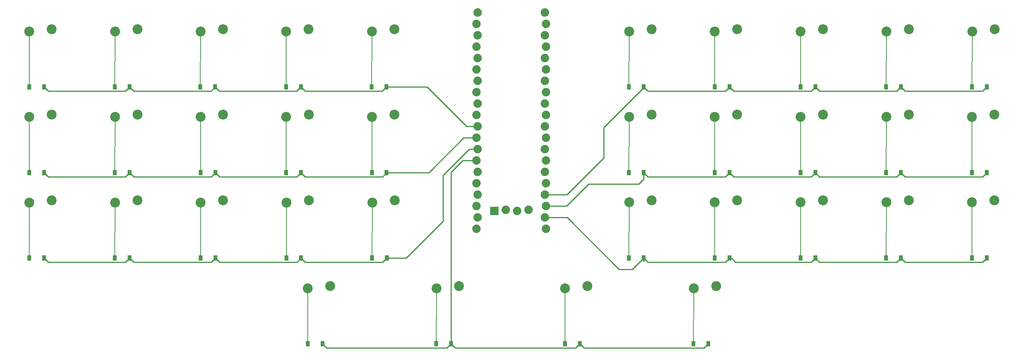
<source format=gtl>
G04 #@! TF.GenerationSoftware,KiCad,Pcbnew,6.0.7*
G04 #@! TF.CreationDate,2022-09-06T10:42:03+02:00*
G04 #@! TF.ProjectId,box_o_alps,626f785f-6f5f-4616-9c70-732e6b696361,rev?*
G04 #@! TF.SameCoordinates,Original*
G04 #@! TF.FileFunction,Copper,L1,Top*
G04 #@! TF.FilePolarity,Positive*
%FSLAX46Y46*%
G04 Gerber Fmt 4.6, Leading zero omitted, Abs format (unit mm)*
G04 Created by KiCad (PCBNEW 6.0.7) date 2022-09-06 10:42:03*
%MOMM*%
%LPD*%
G01*
G04 APERTURE LIST*
G04 #@! TA.AperFunction,EtchedComponent*
%ADD10C,0.200000*%
G04 #@! TD*
G04 #@! TA.AperFunction,ComponentPad*
%ADD11C,2.200000*%
G04 #@! TD*
G04 #@! TA.AperFunction,SMDPad,CuDef*
%ADD12R,0.900000X1.200000*%
G04 #@! TD*
G04 #@! TA.AperFunction,ComponentPad*
%ADD13C,1.879600*%
G04 #@! TD*
G04 #@! TA.AperFunction,ComponentPad*
%ADD14R,1.879600X1.879600*%
G04 #@! TD*
G04 #@! TA.AperFunction,Conductor*
%ADD15C,0.250000*%
G04 #@! TD*
G04 APERTURE END LIST*
D10*
X162725000Y-68170000D02*
X162690000Y-79475000D01*
X67280000Y-68200000D02*
X67245000Y-79505000D01*
X48160000Y-30000000D02*
X48125000Y-41305000D01*
X48180000Y-68200000D02*
X48145000Y-79505000D01*
X29080000Y-49101250D02*
X29045000Y-60406250D01*
X48167500Y-49101250D02*
X48132500Y-60406250D01*
X86320000Y-30000000D02*
X86285000Y-41305000D01*
X181837500Y-30025000D02*
X181802500Y-41330000D01*
X181832500Y-49115000D02*
X181797500Y-60420000D01*
X181832500Y-68170000D02*
X181797500Y-79475000D01*
X105430000Y-49101250D02*
X105395000Y-60406250D01*
X105400000Y-30000000D02*
X105365000Y-41305000D01*
X67240000Y-30000000D02*
X67205000Y-41305000D01*
X162725000Y-30025000D02*
X162690000Y-41330000D01*
X162725000Y-49115000D02*
X162690000Y-60420000D01*
X105480000Y-68205000D02*
X105445000Y-79510000D01*
X200940000Y-49115000D02*
X200905000Y-60420000D01*
X67255000Y-49101250D02*
X67220000Y-60406250D01*
X239155000Y-68170000D02*
X239120000Y-79475000D01*
X239155000Y-49115000D02*
X239120000Y-60420000D01*
X239175000Y-30025000D02*
X239140000Y-41330000D01*
X29080000Y-30000000D02*
X29045000Y-41305000D01*
X200940000Y-68170000D02*
X200905000Y-79475000D01*
X220062500Y-30025000D02*
X220027500Y-41330000D01*
X220047500Y-49115000D02*
X220012500Y-60420000D01*
X91125000Y-87325000D02*
X91090000Y-98630000D01*
X177115000Y-87325000D02*
X177080000Y-98630000D01*
X29080000Y-68200000D02*
X29045000Y-79505000D01*
X220047500Y-68170000D02*
X220012500Y-79475000D01*
X86342500Y-49101250D02*
X86307500Y-60406250D01*
X86380000Y-68200000D02*
X86345000Y-79505000D01*
X200950000Y-30025000D02*
X200915000Y-41330000D01*
X148451666Y-87325000D02*
X148416666Y-98630000D01*
X119788333Y-87325000D02*
X119753333Y-98630000D01*
D11*
X167725000Y-66570000D03*
D12*
X165990000Y-79475000D03*
X162690000Y-79475000D03*
D11*
X162725000Y-67070000D03*
X72280000Y-66600000D03*
D12*
X70545000Y-79505000D03*
D11*
X67280000Y-67100000D03*
D12*
X67245000Y-79505000D03*
D11*
X53160000Y-28400000D03*
D12*
X51425000Y-41305000D03*
X48125000Y-41305000D03*
D11*
X48160000Y-28900000D03*
X53180000Y-66600000D03*
D12*
X51445000Y-79505000D03*
X48145000Y-79505000D03*
D11*
X48180000Y-67100000D03*
X34080000Y-47501250D03*
D12*
X32345000Y-60406250D03*
X29045000Y-60406250D03*
D11*
X29080000Y-48001250D03*
X53167500Y-47501250D03*
D12*
X51432500Y-60406250D03*
D11*
X48167500Y-48001250D03*
D12*
X48132500Y-60406250D03*
D11*
X91320000Y-28400000D03*
D12*
X89585000Y-41305000D03*
X86285000Y-41305000D03*
D11*
X86320000Y-28900000D03*
D12*
X181802500Y-41330000D03*
D11*
X181837500Y-28925000D03*
D12*
X185102500Y-41330000D03*
D11*
X186837500Y-28425000D03*
X181832500Y-48015000D03*
D12*
X181797500Y-60420000D03*
X185097500Y-60420000D03*
D11*
X186832500Y-47515000D03*
X186832500Y-66570000D03*
D12*
X185097500Y-79475000D03*
D11*
X181832500Y-67070000D03*
D12*
X181797500Y-79475000D03*
D11*
X110430000Y-47501250D03*
D12*
X108695000Y-60406250D03*
D11*
X105430000Y-48001250D03*
D12*
X105395000Y-60406250D03*
D11*
X110400000Y-28400000D03*
D12*
X108665000Y-41305000D03*
D11*
X105400000Y-28900000D03*
D12*
X105365000Y-41305000D03*
D11*
X72240000Y-28400000D03*
D12*
X70505000Y-41305000D03*
D11*
X67240000Y-28900000D03*
D12*
X67205000Y-41305000D03*
D11*
X162725000Y-28925000D03*
D12*
X162690000Y-41330000D03*
X165990000Y-41330000D03*
D11*
X167725000Y-28425000D03*
X162725000Y-48015000D03*
D12*
X162690000Y-60420000D03*
X165990000Y-60420000D03*
D11*
X167725000Y-47515000D03*
X110480000Y-66605000D03*
D12*
X108745000Y-79510000D03*
D11*
X105480000Y-67105000D03*
D12*
X105445000Y-79510000D03*
X200905000Y-60420000D03*
D11*
X200940000Y-48015000D03*
D12*
X204205000Y-60420000D03*
D11*
X205940000Y-47515000D03*
X72255000Y-47501250D03*
D12*
X70520000Y-60406250D03*
D11*
X67255000Y-48001250D03*
D12*
X67220000Y-60406250D03*
D11*
X244155000Y-66570000D03*
D12*
X242420000Y-79475000D03*
X239120000Y-79475000D03*
D11*
X239155000Y-67070000D03*
X239155000Y-48015000D03*
D12*
X239120000Y-60420000D03*
X242420000Y-60420000D03*
D11*
X244155000Y-47515000D03*
D12*
X239140000Y-41330000D03*
D11*
X239175000Y-28925000D03*
D12*
X242440000Y-41330000D03*
D11*
X244175000Y-28425000D03*
X34080000Y-28400000D03*
D12*
X32345000Y-41305000D03*
D11*
X29080000Y-28900000D03*
D12*
X29045000Y-41305000D03*
D11*
X205940000Y-66570000D03*
D12*
X204205000Y-79475000D03*
D11*
X200940000Y-67070000D03*
D12*
X200905000Y-79475000D03*
D13*
X129007000Y-24700000D03*
X128753000Y-27240000D03*
X129007000Y-29780000D03*
X128753000Y-32320000D03*
X129007000Y-34860000D03*
X128753000Y-37400000D03*
X129007000Y-39940000D03*
X128753000Y-42480000D03*
X129007000Y-45020000D03*
X128753000Y-47560000D03*
X129007000Y-50100000D03*
X128753000Y-52640000D03*
X129007000Y-55180000D03*
X128753000Y-57720000D03*
X129007000Y-60260000D03*
X128753000Y-62800000D03*
X129007000Y-65340000D03*
X128753000Y-67880000D03*
X129007000Y-70420000D03*
X128753000Y-72960000D03*
X144247000Y-72960000D03*
X143993000Y-70420000D03*
X144247000Y-67880000D03*
X143993000Y-65340000D03*
X144247000Y-62800000D03*
X143993000Y-60260000D03*
X144247000Y-57720000D03*
X143993000Y-55180000D03*
X144247000Y-52640000D03*
X143993000Y-50100000D03*
X144247000Y-47560000D03*
X143993000Y-45020000D03*
X144247000Y-42480000D03*
X143993000Y-39940000D03*
X144247000Y-37400000D03*
X143993000Y-34860000D03*
X144247000Y-32320000D03*
X143993000Y-29780000D03*
X144247000Y-27240000D03*
X143993000Y-24700000D03*
D14*
X132690000Y-68977000D03*
D13*
X135230000Y-68723000D03*
X137770000Y-68977000D03*
X140310000Y-68723000D03*
D11*
X220062500Y-28925000D03*
D12*
X220027500Y-41330000D03*
X223327500Y-41330000D03*
D11*
X225062500Y-28425000D03*
X220047500Y-48015000D03*
D12*
X220012500Y-60420000D03*
X223312500Y-60420000D03*
D11*
X225047500Y-47515000D03*
D12*
X91090000Y-98630000D03*
D11*
X91125000Y-86225000D03*
D12*
X94390000Y-98630000D03*
D11*
X96125000Y-85725000D03*
D12*
X177080000Y-98630000D03*
D11*
X177115000Y-86225000D03*
D12*
X180380000Y-98630000D03*
D11*
X182115000Y-85725000D03*
X34080000Y-66600000D03*
D12*
X32345000Y-79505000D03*
D11*
X29080000Y-67100000D03*
D12*
X29045000Y-79505000D03*
D11*
X225047500Y-66570000D03*
D12*
X223312500Y-79475000D03*
D11*
X220047500Y-67070000D03*
D12*
X220012500Y-79475000D03*
D11*
X91342500Y-47501250D03*
D12*
X89607500Y-60406250D03*
D11*
X86342500Y-48001250D03*
D12*
X86307500Y-60406250D03*
D11*
X91380000Y-66600000D03*
D12*
X89645000Y-79505000D03*
X86345000Y-79505000D03*
D11*
X86380000Y-67100000D03*
D12*
X200915000Y-41330000D03*
D11*
X200950000Y-28925000D03*
D12*
X204215000Y-41330000D03*
D11*
X205950000Y-28425000D03*
D12*
X148416666Y-98630000D03*
D11*
X148451666Y-86225000D03*
D12*
X151716666Y-98630000D03*
D11*
X153451666Y-85725000D03*
D12*
X119753333Y-98630000D03*
D11*
X119788333Y-86225000D03*
D12*
X123053333Y-98630000D03*
D11*
X124788333Y-85725000D03*
D15*
X123053333Y-98630000D02*
X123053333Y-60346667D01*
X151716666Y-98630000D02*
X152641666Y-99555000D01*
X152641666Y-99555000D02*
X179455000Y-99555000D01*
X179455000Y-99555000D02*
X180380000Y-98630000D01*
X123053333Y-98630000D02*
X123978333Y-99555000D01*
X123978333Y-99555000D02*
X150791666Y-99555000D01*
X150791666Y-99555000D02*
X151716666Y-98630000D01*
X94390000Y-98630000D02*
X95315000Y-99555000D01*
X95315000Y-99555000D02*
X122128333Y-99555000D01*
X122128333Y-99555000D02*
X123053333Y-98630000D01*
X143993000Y-70420000D02*
X148920000Y-70420000D01*
X148920000Y-70420000D02*
X160500000Y-82000000D01*
X163465000Y-82000000D02*
X165990000Y-79475000D01*
X160500000Y-82000000D02*
X163465000Y-82000000D01*
X129007000Y-50100000D02*
X126500000Y-50100000D01*
X126500000Y-50100000D02*
X117705000Y-41305000D01*
X117705000Y-41305000D02*
X108665000Y-41305000D01*
X108695000Y-60406250D02*
X118193750Y-60406250D01*
X118193750Y-60406250D02*
X118193750Y-60306250D01*
X118193750Y-60306250D02*
X125860000Y-52640000D01*
X125860000Y-52640000D02*
X128753000Y-52640000D01*
X129007000Y-55180000D02*
X127120000Y-55180000D01*
X127120000Y-55180000D02*
X121300000Y-61000000D01*
X121300000Y-71300000D02*
X113090000Y-79510000D01*
X121300000Y-61000000D02*
X121300000Y-71300000D01*
X113090000Y-79510000D02*
X108745000Y-79510000D01*
X123053333Y-60346667D02*
X125680000Y-57720000D01*
X125680000Y-57720000D02*
X128753000Y-57720000D01*
X144247000Y-67880000D02*
X148820000Y-67880000D01*
X148820000Y-67880000D02*
X153700000Y-63000000D01*
X153700000Y-63000000D02*
X164900000Y-63000000D01*
X164900000Y-63000000D02*
X165990000Y-61910000D01*
X165990000Y-61910000D02*
X165990000Y-60420000D01*
X157100000Y-50370000D02*
X157100000Y-57100000D01*
X165990000Y-41480000D02*
X157100000Y-50370000D01*
X165990000Y-41330000D02*
X165990000Y-41480000D01*
X157100000Y-57100000D02*
X148860000Y-65340000D01*
X148860000Y-65340000D02*
X143993000Y-65340000D01*
X165990000Y-41330000D02*
X166915000Y-42255000D01*
X222402500Y-42255000D02*
X223327500Y-41330000D01*
X166915000Y-42255000D02*
X184177500Y-42255000D01*
X204215000Y-41330000D02*
X205140000Y-42255000D01*
X205140000Y-42255000D02*
X222402500Y-42255000D01*
X224252500Y-42255000D02*
X241515000Y-42255000D01*
X203290000Y-42255000D02*
X204215000Y-41330000D01*
X185102500Y-41330000D02*
X186027500Y-42255000D01*
X241515000Y-42255000D02*
X242440000Y-41330000D01*
X186027500Y-42255000D02*
X203290000Y-42255000D01*
X184177500Y-42255000D02*
X185102500Y-41330000D01*
X223327500Y-41330000D02*
X224252500Y-42255000D01*
X32345000Y-41305000D02*
X33270000Y-42230000D01*
X50500000Y-42230000D02*
X51425000Y-41305000D01*
X107740000Y-42230000D02*
X108665000Y-41305000D01*
X51425000Y-41305000D02*
X52350000Y-42230000D01*
X33270000Y-42230000D02*
X50500000Y-42230000D01*
X70505000Y-41305000D02*
X71430000Y-42230000D01*
X90510000Y-42230000D02*
X107740000Y-42230000D01*
X52350000Y-42230000D02*
X69580000Y-42230000D01*
X69580000Y-42230000D02*
X70505000Y-41305000D01*
X71430000Y-42230000D02*
X88660000Y-42230000D01*
X88660000Y-42230000D02*
X89585000Y-41305000D01*
X89585000Y-41305000D02*
X90510000Y-42230000D01*
X90532500Y-61331250D02*
X107770000Y-61331250D01*
X51432500Y-60406250D02*
X52357500Y-61331250D01*
X32345000Y-60406250D02*
X33270000Y-61331250D01*
X69595000Y-61331250D02*
X70520000Y-60406250D01*
X88682500Y-61331250D02*
X89607500Y-60406250D01*
X71445000Y-61331250D02*
X88682500Y-61331250D01*
X89607500Y-60406250D02*
X90532500Y-61331250D01*
X107770000Y-61331250D02*
X108695000Y-60406250D01*
X70520000Y-60406250D02*
X71445000Y-61331250D01*
X33270000Y-61331250D02*
X50507500Y-61331250D01*
X52357500Y-61331250D02*
X69595000Y-61331250D01*
X50507500Y-61331250D02*
X51432500Y-60406250D01*
X32345000Y-79505000D02*
X33270000Y-80430000D01*
X70545000Y-79505000D02*
X71470000Y-80430000D01*
X88720000Y-80430000D02*
X89645000Y-79505000D01*
X107820000Y-80435000D02*
X108745000Y-79510000D01*
X69620000Y-80430000D02*
X70545000Y-79505000D01*
X71470000Y-80430000D02*
X88720000Y-80430000D01*
X89645000Y-79505000D02*
X90575000Y-80435000D01*
X50520000Y-80430000D02*
X51445000Y-79505000D01*
X33270000Y-80430000D02*
X50520000Y-80430000D01*
X52370000Y-80430000D02*
X69620000Y-80430000D01*
X51445000Y-79505000D02*
X52370000Y-80430000D01*
X90575000Y-80435000D02*
X107820000Y-80435000D01*
X223312500Y-60420000D02*
X222387500Y-61345000D01*
X184172500Y-61345000D02*
X166915000Y-61345000D01*
X205130000Y-61345000D02*
X204205000Y-60420000D01*
X241495000Y-61345000D02*
X224237500Y-61345000D01*
X224237500Y-61345000D02*
X223312500Y-60420000D01*
X203280000Y-61345000D02*
X186022500Y-61345000D01*
X166915000Y-61345000D02*
X165990000Y-60420000D01*
X186022500Y-61345000D02*
X185097500Y-60420000D01*
X222387500Y-61345000D02*
X205130000Y-61345000D01*
X204205000Y-60420000D02*
X203280000Y-61345000D01*
X185097500Y-60420000D02*
X184172500Y-61345000D01*
X242420000Y-60420000D02*
X241495000Y-61345000D01*
X166915000Y-80400000D02*
X184172500Y-80400000D01*
X186400000Y-80400000D02*
X203280000Y-80400000D01*
X224237500Y-80400000D02*
X241495000Y-80400000D01*
X223312500Y-79475000D02*
X224237500Y-80400000D01*
X185575000Y-79575000D02*
X186400000Y-80400000D01*
X203280000Y-80400000D02*
X204205000Y-79475000D01*
X184997500Y-79575000D02*
X185575000Y-79575000D01*
X165990000Y-79475000D02*
X166915000Y-80400000D01*
X184172500Y-80400000D02*
X184997500Y-79575000D01*
X222387500Y-80400000D02*
X223312500Y-79475000D01*
X204205000Y-79475000D02*
X205130000Y-80400000D01*
X241495000Y-80400000D02*
X242420000Y-79475000D01*
X205130000Y-80400000D02*
X222387500Y-80400000D01*
X165990000Y-79475000D02*
X165990000Y-80210000D01*
M02*

</source>
